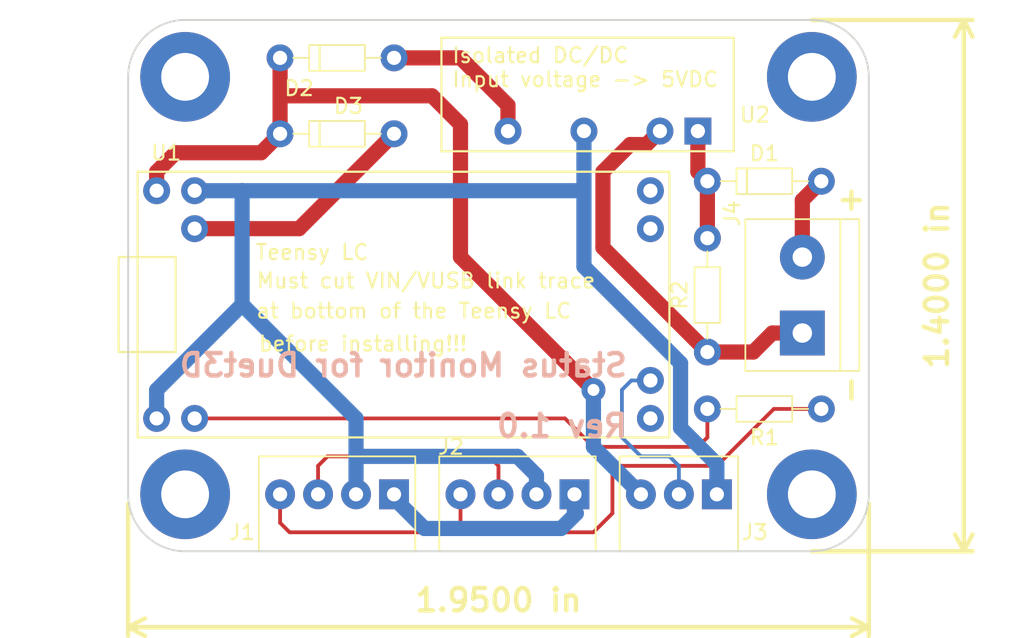
<source format=kicad_pcb>
(kicad_pcb (version 20171130) (host pcbnew "(5.0.1-3-g963ef8bb5)")

  (general
    (thickness 1.6)
    (drawings 15)
    (tracks 82)
    (zones 0)
    (modules 15)
    (nets 13)
  )

  (page A4)
  (layers
    (0 F.Cu signal)
    (31 B.Cu signal)
    (32 B.Adhes user)
    (33 F.Adhes user)
    (34 B.Paste user)
    (35 F.Paste user)
    (36 B.SilkS user)
    (37 F.SilkS user)
    (38 B.Mask user)
    (39 F.Mask user)
    (40 Dwgs.User user)
    (41 Cmts.User user)
    (42 Eco1.User user)
    (43 Eco2.User user)
    (44 Edge.Cuts user)
    (45 Margin user)
    (46 B.CrtYd user)
    (47 F.CrtYd user)
    (48 B.Fab user)
    (49 F.Fab user)
  )

  (setup
    (last_trace_width 0.25)
    (user_trace_width 0.254)
    (user_trace_width 0.508)
    (user_trace_width 1.016)
    (trace_clearance 0.2)
    (zone_clearance 0.508)
    (zone_45_only no)
    (trace_min 0.2)
    (segment_width 0.2)
    (edge_width 0.2)
    (via_size 0.8)
    (via_drill 0.4)
    (via_min_size 0.4)
    (via_min_drill 0.3)
    (uvia_size 0.3)
    (uvia_drill 0.1)
    (uvias_allowed no)
    (uvia_min_size 0.2)
    (uvia_min_drill 0.1)
    (pcb_text_width 0.3)
    (pcb_text_size 1.5 1.5)
    (mod_edge_width 0.15)
    (mod_text_size 1 1)
    (mod_text_width 0.15)
    (pad_size 2 2)
    (pad_drill 0.95)
    (pad_to_mask_clearance 0)
    (solder_mask_min_width 0.25)
    (aux_axis_origin 0 0)
    (visible_elements FEFDFF7F)
    (pcbplotparams
      (layerselection 0x010ec_ffffffff)
      (usegerberextensions false)
      (usegerberattributes false)
      (usegerberadvancedattributes false)
      (creategerberjobfile false)
      (excludeedgelayer true)
      (linewidth 0.100000)
      (plotframeref false)
      (viasonmask false)
      (mode 1)
      (useauxorigin false)
      (hpglpennumber 1)
      (hpglpenspeed 20)
      (hpglpendiameter 15.000000)
      (psnegative false)
      (psa4output false)
      (plotreference true)
      (plotvalue true)
      (plotinvisibletext false)
      (padsonsilk false)
      (subtractmaskfromsilk false)
      (outputformat 4)
      (mirror false)
      (drillshape 0)
      (scaleselection 1)
      (outputdirectory ""))
  )

  (net 0 "")
  (net 1 "Net-(J1-Pad3)")
  (net 2 GND)
  (net 3 "Net-(J1-Pad1)")
  (net 4 /SERIAL_IN)
  (net 5 /DATA)
  (net 6 "Net-(R1-Pad2)")
  (net 7 "Net-(J4-Pad1)")
  (net 8 "Net-(D1-PadA)")
  (net 9 "Net-(D1-PadK)")
  (net 10 "Net-(D2-PadA)")
  (net 11 "Net-(D3-PadA)")
  (net 12 "Net-(D2-PadK)")

  (net_class Default "This is the default net class."
    (clearance 0.2)
    (trace_width 0.25)
    (via_dia 0.8)
    (via_drill 0.4)
    (uvia_dia 0.3)
    (uvia_drill 0.1)
    (add_net /DATA)
    (add_net /SERIAL_IN)
    (add_net GND)
    (add_net "Net-(D1-PadA)")
    (add_net "Net-(D1-PadK)")
    (add_net "Net-(D2-PadA)")
    (add_net "Net-(D2-PadK)")
    (add_net "Net-(D3-PadA)")
    (add_net "Net-(J1-Pad1)")
    (add_net "Net-(J1-Pad3)")
    (add_net "Net-(J4-Pad1)")
    (add_net "Net-(R1-Pad2)")
  )

  (module board:DC-DC (layer F.Cu) (tedit 5CFC2447) (tstamp 5CFBFC4D)
    (at 147.32 76.2 180)
    (descr "Resistor, Axial_DIN0204 series, Axial, Horizontal, pin pitch=7.62mm, 0.16666666666666666W = 1/6W, length*diameter=3.6*1.6mm^2, http://cdn-reichelt.de/documents/datenblatt/B400/1_4W%23YAG.pdf")
    (tags "Resistor Axial_DIN0204 series Axial Horizontal pin pitch 7.62mm 0.16666666666666666W = 1/6W length 3.6mm diameter 1.6mm")
    (path /5CFBC497)
    (fp_text reference U2 (at -3.81 -3.81 180) (layer F.SilkS)
      (effects (font (size 1 1) (thickness 0.15)))
    )
    (fp_text value "TBA 2-2411" (at 6.2 3.025 180) (layer F.Fab)
      (effects (font (size 1 1) (thickness 0.15)))
    )
    (fp_line (start 17.15 -6.25) (end 17.15 1.35) (layer F.SilkS) (width 0.15))
    (fp_line (start -2.4 -6.25) (end -2.4 1.35) (layer F.SilkS) (width 0.15))
    (fp_line (start -2.4 1.35) (end 17.15 1.35) (layer F.SilkS) (width 0.15))
    (fp_line (start 17.15 -6.25) (end -2.4 -6.25) (layer F.SilkS) (width 0.15))
    (pad 4 thru_hole circle (at 12.7 -4.9 180) (size 1.8 1.8) (drill 0.95) (layers *.Cu *.Mask)
      (net 10 "Net-(D2-PadA)"))
    (pad 3 thru_hole circle (at 7.62 -4.9 180) (size 1.8 1.8) (drill 0.95) (layers *.Cu *.Mask)
      (net 2 GND))
    (pad 1 thru_hole rect (at 0 -4.9 180) (size 1.8 1.8) (drill 0.95) (layers *.Cu *.Mask)
      (net 9 "Net-(D1-PadK)"))
    (pad 2 thru_hole circle (at 2.54 -4.9 180) (size 1.8 1.8) (drill 0.95) (layers *.Cu *.Mask)
      (net 7 "Net-(J4-Pad1)"))
    (model ${KISYS3DMOD}/Resistors_THT.3dshapes/R_Axial_DIN0204_L3.6mm_D1.6mm_P7.62mm_Horizontal.wrl
      (at (xyz 0 0 0))
      (scale (xyz 0.393701 0.393701 0.393701))
      (rotate (xyz 0 0 0))
    )
  )

  (module board:Diode (layer F.Cu) (tedit 5CFC24A7) (tstamp 5CFC00C8)
    (at 147.955 84.455)
    (descr "Resistor, Axial_DIN0204 series, Axial, Horizontal, pin pitch=7.62mm, 0.16666666666666666W = 1/6W, length*diameter=3.6*1.6mm^2, http://cdn-reichelt.de/documents/datenblatt/B400/1_4W%23YAG.pdf")
    (tags "Resistor Axial_DIN0204 series Axial Horizontal pin pitch 7.62mm 0.16666666666666666W = 1/6W length 3.6mm diameter 1.6mm")
    (path /5CFC7588)
    (fp_text reference D1 (at 3.81 -1.86) (layer F.SilkS)
      (effects (font (size 1 1) (thickness 0.15)))
    )
    (fp_text value 1N5817 (at 3.81 1.86) (layer F.Fab)
      (effects (font (size 1 1) (thickness 0.15)))
    )
    (fp_line (start 2.6416 -0.8382) (end 2.6416 0.8128) (layer F.SilkS) (width 0.15))
    (fp_line (start 2.01 -0.8) (end 2.01 0.8) (layer F.Fab) (width 0.1))
    (fp_line (start 2.01 0.8) (end 5.61 0.8) (layer F.Fab) (width 0.1))
    (fp_line (start 5.61 0.8) (end 5.61 -0.8) (layer F.Fab) (width 0.1))
    (fp_line (start 5.61 -0.8) (end 2.01 -0.8) (layer F.Fab) (width 0.1))
    (fp_line (start 0 0) (end 2.01 0) (layer F.Fab) (width 0.1))
    (fp_line (start 7.62 0) (end 5.61 0) (layer F.Fab) (width 0.1))
    (fp_line (start 1.95 -0.86) (end 1.95 0.86) (layer F.SilkS) (width 0.12))
    (fp_line (start 1.95 0.86) (end 5.67 0.86) (layer F.SilkS) (width 0.12))
    (fp_line (start 5.67 0.86) (end 5.67 -0.86) (layer F.SilkS) (width 0.12))
    (fp_line (start 5.67 -0.86) (end 1.95 -0.86) (layer F.SilkS) (width 0.12))
    (fp_line (start 0.88 0) (end 1.95 0) (layer F.SilkS) (width 0.12))
    (fp_line (start 6.74 0) (end 5.67 0) (layer F.SilkS) (width 0.12))
    (fp_line (start -0.95 -1.15) (end -0.95 1.15) (layer F.CrtYd) (width 0.05))
    (fp_line (start -0.95 1.15) (end 8.6 1.15) (layer F.CrtYd) (width 0.05))
    (fp_line (start 8.6 1.15) (end 8.6 -1.15) (layer F.CrtYd) (width 0.05))
    (fp_line (start 8.6 -1.15) (end -0.95 -1.15) (layer F.CrtYd) (width 0.05))
    (pad K thru_hole circle (at 0 0) (size 1.8 1.8) (drill 0.95) (layers *.Cu *.Mask)
      (net 9 "Net-(D1-PadK)"))
    (pad A thru_hole circle (at 7.62 0) (size 1.8 1.8) (drill 0.95) (layers *.Cu *.Mask)
      (net 8 "Net-(D1-PadA)"))
    (model ${KISYS3DMOD}/Resistors_THT.3dshapes/R_Axial_DIN0204_L3.6mm_D1.6mm_P7.62mm_Horizontal.wrl
      (at (xyz 0 0 0))
      (scale (xyz 0.393701 0.393701 0.393701))
      (rotate (xyz 0 0 0))
    )
  )

  (module board:Diode (layer F.Cu) (tedit 5CFC24A7) (tstamp 5CFC1E28)
    (at 119.38 76.2)
    (descr "Resistor, Axial_DIN0204 series, Axial, Horizontal, pin pitch=7.62mm, 0.16666666666666666W = 1/6W, length*diameter=3.6*1.6mm^2, http://cdn-reichelt.de/documents/datenblatt/B400/1_4W%23YAG.pdf")
    (tags "Resistor Axial_DIN0204 series Axial Horizontal pin pitch 7.62mm 0.16666666666666666W = 1/6W length 3.6mm diameter 1.6mm")
    (path /5CFC9B1F)
    (fp_text reference D2 (at 1.27 2.032) (layer F.SilkS)
      (effects (font (size 1 1) (thickness 0.15)))
    )
    (fp_text value 1N5817 (at 3.81 1.86) (layer F.Fab)
      (effects (font (size 1 1) (thickness 0.15)))
    )
    (fp_line (start 2.6416 -0.8382) (end 2.6416 0.8128) (layer F.SilkS) (width 0.15))
    (fp_line (start 2.01 -0.8) (end 2.01 0.8) (layer F.Fab) (width 0.1))
    (fp_line (start 2.01 0.8) (end 5.61 0.8) (layer F.Fab) (width 0.1))
    (fp_line (start 5.61 0.8) (end 5.61 -0.8) (layer F.Fab) (width 0.1))
    (fp_line (start 5.61 -0.8) (end 2.01 -0.8) (layer F.Fab) (width 0.1))
    (fp_line (start 0 0) (end 2.01 0) (layer F.Fab) (width 0.1))
    (fp_line (start 7.62 0) (end 5.61 0) (layer F.Fab) (width 0.1))
    (fp_line (start 1.95 -0.86) (end 1.95 0.86) (layer F.SilkS) (width 0.12))
    (fp_line (start 1.95 0.86) (end 5.67 0.86) (layer F.SilkS) (width 0.12))
    (fp_line (start 5.67 0.86) (end 5.67 -0.86) (layer F.SilkS) (width 0.12))
    (fp_line (start 5.67 -0.86) (end 1.95 -0.86) (layer F.SilkS) (width 0.12))
    (fp_line (start 0.88 0) (end 1.95 0) (layer F.SilkS) (width 0.12))
    (fp_line (start 6.74 0) (end 5.67 0) (layer F.SilkS) (width 0.12))
    (fp_line (start -0.95 -1.15) (end -0.95 1.15) (layer F.CrtYd) (width 0.05))
    (fp_line (start -0.95 1.15) (end 8.6 1.15) (layer F.CrtYd) (width 0.05))
    (fp_line (start 8.6 1.15) (end 8.6 -1.15) (layer F.CrtYd) (width 0.05))
    (fp_line (start 8.6 -1.15) (end -0.95 -1.15) (layer F.CrtYd) (width 0.05))
    (pad K thru_hole circle (at 0 0) (size 1.8 1.8) (drill 0.95) (layers *.Cu *.Mask)
      (net 12 "Net-(D2-PadK)"))
    (pad A thru_hole circle (at 7.62 0) (size 1.8 1.8) (drill 0.95) (layers *.Cu *.Mask)
      (net 10 "Net-(D2-PadA)"))
    (model ${KISYS3DMOD}/Resistors_THT.3dshapes/R_Axial_DIN0204_L3.6mm_D1.6mm_P7.62mm_Horizontal.wrl
      (at (xyz 0 0 0))
      (scale (xyz 0.393701 0.393701 0.393701))
      (rotate (xyz 0 0 0))
    )
  )

  (module board:Diode (layer F.Cu) (tedit 5CFC24A7) (tstamp 5CFC00F6)
    (at 119.38 81.28)
    (descr "Resistor, Axial_DIN0204 series, Axial, Horizontal, pin pitch=7.62mm, 0.16666666666666666W = 1/6W, length*diameter=3.6*1.6mm^2, http://cdn-reichelt.de/documents/datenblatt/B400/1_4W%23YAG.pdf")
    (tags "Resistor Axial_DIN0204 series Axial Horizontal pin pitch 7.62mm 0.16666666666666666W = 1/6W length 3.6mm diameter 1.6mm")
    (path /5CFC9CFA)
    (fp_text reference D3 (at 4.572 -1.86) (layer F.SilkS)
      (effects (font (size 1 1) (thickness 0.15)))
    )
    (fp_text value 1N5817 (at 3.81 1.86) (layer F.Fab)
      (effects (font (size 1 1) (thickness 0.15)))
    )
    (fp_line (start 2.6416 -0.8382) (end 2.6416 0.8128) (layer F.SilkS) (width 0.15))
    (fp_line (start 2.01 -0.8) (end 2.01 0.8) (layer F.Fab) (width 0.1))
    (fp_line (start 2.01 0.8) (end 5.61 0.8) (layer F.Fab) (width 0.1))
    (fp_line (start 5.61 0.8) (end 5.61 -0.8) (layer F.Fab) (width 0.1))
    (fp_line (start 5.61 -0.8) (end 2.01 -0.8) (layer F.Fab) (width 0.1))
    (fp_line (start 0 0) (end 2.01 0) (layer F.Fab) (width 0.1))
    (fp_line (start 7.62 0) (end 5.61 0) (layer F.Fab) (width 0.1))
    (fp_line (start 1.95 -0.86) (end 1.95 0.86) (layer F.SilkS) (width 0.12))
    (fp_line (start 1.95 0.86) (end 5.67 0.86) (layer F.SilkS) (width 0.12))
    (fp_line (start 5.67 0.86) (end 5.67 -0.86) (layer F.SilkS) (width 0.12))
    (fp_line (start 5.67 -0.86) (end 1.95 -0.86) (layer F.SilkS) (width 0.12))
    (fp_line (start 0.88 0) (end 1.95 0) (layer F.SilkS) (width 0.12))
    (fp_line (start 6.74 0) (end 5.67 0) (layer F.SilkS) (width 0.12))
    (fp_line (start -0.95 -1.15) (end -0.95 1.15) (layer F.CrtYd) (width 0.05))
    (fp_line (start -0.95 1.15) (end 8.6 1.15) (layer F.CrtYd) (width 0.05))
    (fp_line (start 8.6 1.15) (end 8.6 -1.15) (layer F.CrtYd) (width 0.05))
    (fp_line (start 8.6 -1.15) (end -0.95 -1.15) (layer F.CrtYd) (width 0.05))
    (pad K thru_hole circle (at 0 0) (size 1.8 1.8) (drill 0.95) (layers *.Cu *.Mask)
      (net 12 "Net-(D2-PadK)"))
    (pad A thru_hole circle (at 7.62 0) (size 1.8 1.8) (drill 0.95) (layers *.Cu *.Mask)
      (net 11 "Net-(D3-PadA)"))
    (model ${KISYS3DMOD}/Resistors_THT.3dshapes/R_Axial_DIN0204_L3.6mm_D1.6mm_P7.62mm_Horizontal.wrl
      (at (xyz 0 0 0))
      (scale (xyz 0.393701 0.393701 0.393701))
      (rotate (xyz 0 0 0))
    )
  )

  (module board:Connector_4 (layer F.Cu) (tedit 5CFC33A0) (tstamp 5CFC496A)
    (at 127 105.41 270)
    (descr "Low profile, screw machine socket strip, through hole, 100mil / 2.54mm pitch")
    (tags "samtec socket strip tht single")
    (path /5CFB2CAB)
    (fp_text reference J1 (at 2.54 10.16) (layer F.SilkS)
      (effects (font (size 1 1) (thickness 0.15)))
    )
    (fp_text value Connector_01x04_Male (at 2.27 2.54) (layer F.Fab) hide
      (effects (font (size 1 1) (thickness 0.15)))
    )
    (fp_line (start -2.54 -1.42) (end 3.81 -1.42) (layer F.SilkS) (width 0.12))
    (fp_line (start 3.81 -1.42) (end 3.81 9.04) (layer F.SilkS) (width 0.12))
    (fp_line (start 3.81 9.04) (end -2.54 9.04) (layer F.SilkS) (width 0.12))
    (fp_line (start -2.54 9.04) (end -2.54 -1.42) (layer F.SilkS) (width 0.12))
    (fp_line (start -1.27 -1.27) (end -1.27 8.89) (layer F.Fab) (width 0.1))
    (fp_line (start -1.27 8.89) (end 1.27 8.89) (layer F.Fab) (width 0.1))
    (fp_line (start 1.27 8.89) (end 1.27 -1.27) (layer F.Fab) (width 0.1))
    (fp_line (start 1.27 -1.27) (end -1.27 -1.27) (layer F.Fab) (width 0.1))
    (fp_line (start -1.27 1.27) (end -1.07 1.27) (layer F.Fab) (width 0.1))
    (fp_line (start 1.27 1.27) (end 1.07 1.27) (layer F.Fab) (width 0.1))
    (fp_line (start -1.27 3.81) (end -1.07 3.81) (layer F.Fab) (width 0.1))
    (fp_line (start 1.27 3.81) (end 1.07 3.81) (layer F.Fab) (width 0.1))
    (fp_line (start -1.27 6.35) (end -1.07 6.35) (layer F.Fab) (width 0.1))
    (fp_line (start 1.27 6.35) (end 1.07 6.35) (layer F.Fab) (width 0.1))
    (fp_text user %R (at 0 2.54) (layer F.Fab)
      (effects (font (size 1 1) (thickness 0.15)))
    )
    (pad 4 thru_hole circle (at 0 7.62 270) (size 2 2) (drill 0.95) (layers *.Cu *.Mask)
      (net 4 /SERIAL_IN))
    (pad 1 thru_hole rect (at 0 0 270) (size 2 2) (drill 0.95) (layers *.Cu *.Mask)
      (net 3 "Net-(J1-Pad1)"))
    (pad 2 thru_hole circle (at 0 2.54 270) (size 2 2) (drill 0.95) (layers *.Cu *.Mask)
      (net 2 GND))
    (pad 3 thru_hole circle (at 0 5.08 270) (size 2 2) (drill 0.95) (layers *.Cu *.Mask)
      (net 1 "Net-(J1-Pad3)"))
    (model ${KISYS3DMOD}/Connectors_Samtec.3dshapes/SL-104-X-XX_1x04.wrl
      (at (xyz 0 0 0))
      (scale (xyz 1 1 1))
      (rotate (xyz 0 0 0))
    )
  )

  (module board:Connector_4 (layer F.Cu) (tedit 5CFC33D8) (tstamp 5CFBFFE7)
    (at 139.065 105.41 270)
    (descr "Low profile, screw machine socket strip, through hole, 100mil / 2.54mm pitch")
    (tags "samtec socket strip tht single")
    (path /5CFB3F04)
    (fp_text reference J2 (at -3.175 8.255) (layer F.SilkS)
      (effects (font (size 1 1) (thickness 0.15)))
    )
    (fp_text value Connector_01x04_Male (at 2.27 2.54) (layer F.Fab) hide
      (effects (font (size 1 1) (thickness 0.15)))
    )
    (fp_line (start -2.54 -1.42) (end 3.81 -1.42) (layer F.SilkS) (width 0.12))
    (fp_line (start 3.81 -1.42) (end 3.81 9.04) (layer F.SilkS) (width 0.12))
    (fp_line (start 3.81 9.04) (end -2.54 9.04) (layer F.SilkS) (width 0.12))
    (fp_line (start -2.54 9.04) (end -2.54 -1.42) (layer F.SilkS) (width 0.12))
    (fp_line (start -1.27 -1.27) (end -1.27 8.89) (layer F.Fab) (width 0.1))
    (fp_line (start -1.27 8.89) (end 1.27 8.89) (layer F.Fab) (width 0.1))
    (fp_line (start 1.27 8.89) (end 1.27 -1.27) (layer F.Fab) (width 0.1))
    (fp_line (start 1.27 -1.27) (end -1.27 -1.27) (layer F.Fab) (width 0.1))
    (fp_line (start -1.27 1.27) (end -1.07 1.27) (layer F.Fab) (width 0.1))
    (fp_line (start 1.27 1.27) (end 1.07 1.27) (layer F.Fab) (width 0.1))
    (fp_line (start -1.27 3.81) (end -1.07 3.81) (layer F.Fab) (width 0.1))
    (fp_line (start 1.27 3.81) (end 1.07 3.81) (layer F.Fab) (width 0.1))
    (fp_line (start -1.27 6.35) (end -1.07 6.35) (layer F.Fab) (width 0.1))
    (fp_line (start 1.27 6.35) (end 1.07 6.35) (layer F.Fab) (width 0.1))
    (fp_text user %R (at 0 2.54) (layer F.Fab)
      (effects (font (size 1 1) (thickness 0.15)))
    )
    (pad 4 thru_hole circle (at 0 7.62 270) (size 2 2) (drill 0.95) (layers *.Cu *.Mask)
      (net 4 /SERIAL_IN))
    (pad 1 thru_hole rect (at 0 0 270) (size 2 2) (drill 0.95) (layers *.Cu *.Mask)
      (net 3 "Net-(J1-Pad1)"))
    (pad 2 thru_hole circle (at 0 2.54 270) (size 2 2) (drill 0.95) (layers *.Cu *.Mask)
      (net 2 GND))
    (pad 3 thru_hole circle (at 0 5.08 270) (size 2 2) (drill 0.95) (layers *.Cu *.Mask)
      (net 1 "Net-(J1-Pad3)"))
    (model ${KISYS3DMOD}/Connectors_Samtec.3dshapes/SL-104-X-XX_1x04.wrl
      (at (xyz 0 0 0))
      (scale (xyz 1 1 1))
      (rotate (xyz 0 0 0))
    )
  )

  (module board:Connector_3 (layer F.Cu) (tedit 5CFC33EF) (tstamp 5CFC01C4)
    (at 148.59 105.41 270)
    (descr "Low profile, screw machine socket strip, through hole, 100mil / 2.54mm pitch")
    (tags "samtec socket strip tht single")
    (path /5CFB9A26)
    (fp_text reference J3 (at 2.54 -2.54) (layer F.SilkS)
      (effects (font (size 1 1) (thickness 0.15)))
    )
    (fp_text value Connector_01x03_Male (at 2.27 2.54) (layer F.Fab) hide
      (effects (font (size 1 1) (thickness 0.15)))
    )
    (fp_line (start -2.54 -1.42) (end 3.81 -1.42) (layer F.SilkS) (width 0.12))
    (fp_line (start 3.81 -1.42) (end 3.81 6.5) (layer F.SilkS) (width 0.12))
    (fp_line (start 3.81 6.5) (end -2.54 6.5) (layer F.SilkS) (width 0.12))
    (fp_line (start -2.54 6.5) (end -2.54 -1.42) (layer F.SilkS) (width 0.12))
    (fp_line (start -1.27 -1.27) (end -1.27 6.35) (layer F.Fab) (width 0.1))
    (fp_line (start -1.27 6.35) (end 1.27 6.35) (layer F.Fab) (width 0.1))
    (fp_line (start 1.27 6.35) (end 1.27 -1.27) (layer F.Fab) (width 0.1))
    (fp_line (start 1.27 -1.27) (end -1.27 -1.27) (layer F.Fab) (width 0.1))
    (fp_line (start -1.27 1.27) (end -1.07 1.27) (layer F.Fab) (width 0.1))
    (fp_line (start 1.27 1.27) (end 1.07 1.27) (layer F.Fab) (width 0.1))
    (fp_line (start -1.27 3.81) (end -1.07 3.81) (layer F.Fab) (width 0.1))
    (fp_line (start 1.27 3.81) (end 1.07 3.81) (layer F.Fab) (width 0.1))
    (fp_line (start -1.27 6.35) (end -1.07 6.35) (layer F.Fab) (width 0.1))
    (fp_line (start 1.27 6.35) (end 1.07 6.35) (layer F.Fab) (width 0.1))
    (fp_text user %R (at 0 2.54) (layer F.Fab)
      (effects (font (size 1 1) (thickness 0.15)))
    )
    (pad 1 thru_hole rect (at 0 0 270) (size 2 2) (drill 0.95) (layers *.Cu *.Mask)
      (net 2 GND))
    (pad 2 thru_hole circle (at 0 2.54 270) (size 2 2) (drill 0.95) (layers *.Cu *.Mask)
      (net 5 /DATA))
    (pad 3 thru_hole circle (at 0 5.08 270) (size 2 2) (drill 0.95) (layers *.Cu *.Mask)
      (net 12 "Net-(D2-PadK)"))
    (model ${KISYS3DMOD}/Connectors_Samtec.3dshapes/SL-103-X-XX_1x03.wrl
      (at (xyz 0 0 0))
      (scale (xyz 1 1 1))
      (rotate (xyz 0 0 0))
    )
  )

  (module board:Terminal-block (layer F.Cu) (tedit 5CFC2350) (tstamp 5CFC3571)
    (at 154.305 94.615 90)
    (descr "simple 2-pin terminal block, pitch 5.08mm, revamped version of bornier2")
    (tags "terminal block bornier2")
    (path /5CFA831F)
    (fp_text reference J4 (at 8.001 -4.699 90) (layer F.SilkS)
      (effects (font (size 1 1) (thickness 0.15)))
    )
    (fp_text value Screw_Terminal_x02 (at 2.54 5.08 90) (layer F.Fab)
      (effects (font (size 1 1) (thickness 0.15)))
    )
    (fp_text user %R (at 2.54 0 90) (layer F.Fab)
      (effects (font (size 1 1) (thickness 0.15)))
    )
    (fp_line (start -2.41 2.55) (end 7.49 2.55) (layer F.Fab) (width 0.1))
    (fp_line (start -2.46 -3.75) (end -2.46 3.75) (layer F.Fab) (width 0.1))
    (fp_line (start -2.46 3.75) (end 7.54 3.75) (layer F.Fab) (width 0.1))
    (fp_line (start 7.54 3.75) (end 7.54 -3.75) (layer F.Fab) (width 0.1))
    (fp_line (start 7.54 -3.75) (end -2.46 -3.75) (layer F.Fab) (width 0.1))
    (fp_line (start 7.62 2.54) (end -2.54 2.54) (layer F.SilkS) (width 0.12))
    (fp_line (start 7.62 3.81) (end 7.62 -3.81) (layer F.SilkS) (width 0.12))
    (fp_line (start 7.62 -3.81) (end -2.54 -3.81) (layer F.SilkS) (width 0.12))
    (fp_line (start -2.54 -3.81) (end -2.54 3.81) (layer F.SilkS) (width 0.12))
    (fp_line (start -2.54 3.81) (end 7.62 3.81) (layer F.SilkS) (width 0.12))
    (fp_line (start -2.71 -4) (end 7.79 -4) (layer F.CrtYd) (width 0.05))
    (fp_line (start -2.71 -4) (end -2.71 4) (layer F.CrtYd) (width 0.05))
    (fp_line (start 7.79 4) (end 7.79 -4) (layer F.CrtYd) (width 0.05))
    (fp_line (start 7.79 4) (end -2.71 4) (layer F.CrtYd) (width 0.05))
    (pad 1 thru_hole rect (at 0 0 90) (size 3 3) (drill 1.3) (layers *.Cu *.Mask)
      (net 7 "Net-(J4-Pad1)"))
    (pad 2 thru_hole circle (at 5.08 0 90) (size 3 3) (drill 1.3) (layers *.Cu *.Mask)
      (net 8 "Net-(D1-PadA)"))
    (model ${KISYS3DMOD}/Terminal_Blocks.3dshapes/TerminalBlock_bornier-2_P5.08mm.wrl
      (offset (xyz 2.539999961853027 0 0))
      (scale (xyz 1 1 1))
      (rotate (xyz 0 0 0))
    )
  )

  (module board:Resistor (layer F.Cu) (tedit 5CFC2501) (tstamp 5CFC0258)
    (at 155.575 99.695 180)
    (descr "Resistor, Axial_DIN0204 series, Axial, Horizontal, pin pitch=7.62mm, 0.16666666666666666W = 1/6W, length*diameter=3.6*1.6mm^2, http://cdn-reichelt.de/documents/datenblatt/B400/1_4W%23YAG.pdf")
    (tags "Resistor Axial_DIN0204 series Axial Horizontal pin pitch 7.62mm 0.16666666666666666W = 1/6W length 3.6mm diameter 1.6mm")
    (path /5CFB1717)
    (fp_text reference R1 (at 3.81 -1.905 180) (layer F.SilkS)
      (effects (font (size 1 1) (thickness 0.15)))
    )
    (fp_text value 1k (at 3.81 1.86 180) (layer F.Fab)
      (effects (font (size 1 1) (thickness 0.15)))
    )
    (fp_line (start 2.01 -0.8) (end 2.01 0.8) (layer F.Fab) (width 0.1))
    (fp_line (start 2.01 0.8) (end 5.61 0.8) (layer F.Fab) (width 0.1))
    (fp_line (start 5.61 0.8) (end 5.61 -0.8) (layer F.Fab) (width 0.1))
    (fp_line (start 5.61 -0.8) (end 2.01 -0.8) (layer F.Fab) (width 0.1))
    (fp_line (start 0 0) (end 2.01 0) (layer F.Fab) (width 0.1))
    (fp_line (start 7.62 0) (end 5.61 0) (layer F.Fab) (width 0.1))
    (fp_line (start 1.95 -0.86) (end 1.95 0.86) (layer F.SilkS) (width 0.12))
    (fp_line (start 1.95 0.86) (end 5.67 0.86) (layer F.SilkS) (width 0.12))
    (fp_line (start 5.67 0.86) (end 5.67 -0.86) (layer F.SilkS) (width 0.12))
    (fp_line (start 5.67 -0.86) (end 1.95 -0.86) (layer F.SilkS) (width 0.12))
    (fp_line (start 0.88 0) (end 1.95 0) (layer F.SilkS) (width 0.12))
    (fp_line (start 6.74 0) (end 5.67 0) (layer F.SilkS) (width 0.12))
    (fp_line (start -0.95 -1.15) (end -0.95 1.15) (layer F.CrtYd) (width 0.05))
    (fp_line (start -0.95 1.15) (end 8.6 1.15) (layer F.CrtYd) (width 0.05))
    (fp_line (start 8.6 1.15) (end 8.6 -1.15) (layer F.CrtYd) (width 0.05))
    (fp_line (start 8.6 -1.15) (end -0.95 -1.15) (layer F.CrtYd) (width 0.05))
    (pad 1 thru_hole circle (at 0 0 180) (size 1.8 1.8) (drill 0.95) (layers *.Cu *.Mask)
      (net 4 /SERIAL_IN))
    (pad 2 thru_hole circle (at 7.62 0 180) (size 1.8 1.8) (drill 0.95) (layers *.Cu *.Mask)
      (net 6 "Net-(R1-Pad2)"))
    (model ${KISYS3DMOD}/Resistors_THT.3dshapes/R_Axial_DIN0204_L3.6mm_D1.6mm_P7.62mm_Horizontal.wrl
      (at (xyz 0 0 0))
      (scale (xyz 0.393701 0.393701 0.393701))
      (rotate (xyz 0 0 0))
    )
  )

  (module board:Resistor (layer F.Cu) (tedit 5CFC2501) (tstamp 5CFC0068)
    (at 147.955 95.885 90)
    (descr "Resistor, Axial_DIN0204 series, Axial, Horizontal, pin pitch=7.62mm, 0.16666666666666666W = 1/6W, length*diameter=3.6*1.6mm^2, http://cdn-reichelt.de/documents/datenblatt/B400/1_4W%23YAG.pdf")
    (tags "Resistor Axial_DIN0204 series Axial Horizontal pin pitch 7.62mm 0.16666666666666666W = 1/6W length 3.6mm diameter 1.6mm")
    (path /5CFB0103)
    (fp_text reference R2 (at 3.81 -1.86 90) (layer F.SilkS)
      (effects (font (size 1 1) (thickness 0.15)))
    )
    (fp_text value 10k (at 3.81 1.86 90) (layer F.Fab)
      (effects (font (size 1 1) (thickness 0.15)))
    )
    (fp_line (start 2.01 -0.8) (end 2.01 0.8) (layer F.Fab) (width 0.1))
    (fp_line (start 2.01 0.8) (end 5.61 0.8) (layer F.Fab) (width 0.1))
    (fp_line (start 5.61 0.8) (end 5.61 -0.8) (layer F.Fab) (width 0.1))
    (fp_line (start 5.61 -0.8) (end 2.01 -0.8) (layer F.Fab) (width 0.1))
    (fp_line (start 0 0) (end 2.01 0) (layer F.Fab) (width 0.1))
    (fp_line (start 7.62 0) (end 5.61 0) (layer F.Fab) (width 0.1))
    (fp_line (start 1.95 -0.86) (end 1.95 0.86) (layer F.SilkS) (width 0.12))
    (fp_line (start 1.95 0.86) (end 5.67 0.86) (layer F.SilkS) (width 0.12))
    (fp_line (start 5.67 0.86) (end 5.67 -0.86) (layer F.SilkS) (width 0.12))
    (fp_line (start 5.67 -0.86) (end 1.95 -0.86) (layer F.SilkS) (width 0.12))
    (fp_line (start 0.88 0) (end 1.95 0) (layer F.SilkS) (width 0.12))
    (fp_line (start 6.74 0) (end 5.67 0) (layer F.SilkS) (width 0.12))
    (fp_line (start -0.95 -1.15) (end -0.95 1.15) (layer F.CrtYd) (width 0.05))
    (fp_line (start -0.95 1.15) (end 8.6 1.15) (layer F.CrtYd) (width 0.05))
    (fp_line (start 8.6 1.15) (end 8.6 -1.15) (layer F.CrtYd) (width 0.05))
    (fp_line (start 8.6 -1.15) (end -0.95 -1.15) (layer F.CrtYd) (width 0.05))
    (pad 1 thru_hole circle (at 0 0 90) (size 1.8 1.8) (drill 0.95) (layers *.Cu *.Mask)
      (net 7 "Net-(J4-Pad1)"))
    (pad 2 thru_hole circle (at 7.62 0 90) (size 1.8 1.8) (drill 0.95) (layers *.Cu *.Mask)
      (net 9 "Net-(D1-PadK)"))
    (model ${KISYS3DMOD}/Resistors_THT.3dshapes/R_Axial_DIN0204_L3.6mm_D1.6mm_P7.62mm_Horizontal.wrl
      (at (xyz 0 0 0))
      (scale (xyz 0.393701 0.393701 0.393701))
      (rotate (xyz 0 0 0))
    )
  )

  (module board:TEENSY-LC (layer F.Cu) (tedit 5CFC25A9) (tstamp 5CFC0194)
    (at 111.125 100.33)
    (path /5CF9C1F4)
    (fp_text reference U1 (at 0.635 -17.78) (layer F.SilkS)
      (effects (font (size 1 1) (thickness 0.15)))
    )
    (fp_text value Teensy-LC (at -6.35 7.62) (layer F.Fab)
      (effects (font (size 1 1) (thickness 0.15)))
    )
    (fp_line (start 1.27 -4.445) (end -1.27 -4.445) (layer F.SilkS) (width 0.15))
    (fp_line (start 1.27 -10.795) (end 1.27 -4.445) (layer F.SilkS) (width 0.15))
    (fp_line (start -1.27 -10.795) (end 1.27 -10.795) (layer F.SilkS) (width 0.15))
    (fp_text user "before installing!!!" (at 13.8 -5) (layer F.SilkS)
      (effects (font (size 1 1) (thickness 0.15)))
    )
    (fp_text user "Teensy LC" (at 10.395 -11.125) (layer F.SilkS)
      (effects (font (size 1 1) (thickness 0.15)))
    )
    (fp_text user "at bottom of the Teensy LC" (at 17.2 -7.2) (layer F.SilkS)
      (effects (font (size 1 1) (thickness 0.15)))
    )
    (fp_text user "Must cut VIN/VUSB link trace" (at 18.015 -9.22) (layer F.SilkS)
      (effects (font (size 1 1) (thickness 0.15)))
    )
    (fp_line (start -2.54 -5.715) (end -2.54 -4.445) (layer F.SilkS) (width 0.15))
    (fp_line (start -2.54 -10.795) (end -1.27 -10.795) (layer F.SilkS) (width 0.15))
    (fp_line (start -2.54 -5.715) (end -2.54 -10.795) (layer F.SilkS) (width 0.15))
    (fp_line (start -1.27 -4.445) (end -2.54 -4.445) (layer F.SilkS) (width 0.15))
    (fp_line (start -1.27 1.27) (end -1.27 -16.51) (layer F.SilkS) (width 0.15))
    (fp_line (start 34.29 1.27) (end -1.27 1.27) (layer F.SilkS) (width 0.15))
    (fp_line (start 34.29 -16.51) (end 34.29 1.27) (layer F.SilkS) (width 0.15))
    (fp_line (start -1.27 -16.51) (end 34.29 -16.51) (layer F.SilkS) (width 0.15))
    (pad 19 thru_hole circle (at 33.02 -12.7) (size 1.8 1.8) (drill 0.95) (layers *.Cu *.Mask))
    (pad 15 thru_hole circle (at 33.02 -2.54) (size 1.8 1.8) (drill 0.95) (layers *.Cu *.Mask)
      (net 5 /DATA))
    (pad 34 thru_hole circle (at 2.54 -12.7) (size 1.8 1.8) (drill 0.95) (layers *.Cu *.Mask)
      (net 11 "Net-(D3-PadA)"))
    (pad 32 thru_hole circle (at 2.54 -15.24) (size 1.8 1.8) (drill 0.95) (layers *.Cu *.Mask)
      (net 2 GND))
    (pad 33 thru_hole circle (at 0 -15.24) (size 1.8 1.8) (drill 0.95) (layers *.Cu *.Mask)
      (net 12 "Net-(D2-PadK)"))
    (pad 20 thru_hole circle (at 33.02 -15.24) (size 1.8 1.8) (drill 0.95) (layers *.Cu *.Mask))
    (pad 14 thru_hole circle (at 33.02 0) (size 1.8 1.8) (drill 0.95) (layers *.Cu *.Mask))
    (pad 2 thru_hole circle (at 2.54 0) (size 1.8 1.8) (drill 0.95) (layers *.Cu *.Mask)
      (net 6 "Net-(R1-Pad2)"))
    (pad 1 thru_hole circle (at 0 0) (size 1.8 1.8) (drill 0.95) (layers *.Cu *.Mask)
      (net 2 GND))
  )

  (module board:Mounting-hole (layer F.Cu) (tedit 5CFC00C0) (tstamp 5CFC0792)
    (at 113.03 105.41)
    (path /5CFC32A2)
    (fp_text reference H1 (at 0 0.5) (layer F.SilkS)
      (effects (font (size 1 1) (thickness 0.15)))
    )
    (fp_text value MountingHole (at 0 -0.5) (layer F.Fab)
      (effects (font (size 1 1) (thickness 0.15)))
    )
    (pad 1 thru_hole circle (at 0 0) (size 6 6) (drill 3.2) (layers *.Cu *.Mask))
  )

  (module board:Mounting-hole (layer F.Cu) (tedit 5CFC00C0) (tstamp 5CFC0BE3)
    (at 113.03 77.47)
    (path /5CFC34FD)
    (fp_text reference H2 (at 0 0.5) (layer F.SilkS)
      (effects (font (size 1 1) (thickness 0.15)))
    )
    (fp_text value MountingHole (at 0 -0.5) (layer F.Fab)
      (effects (font (size 1 1) (thickness 0.15)))
    )
    (pad 1 thru_hole circle (at 0 0) (size 6 6) (drill 3.2) (layers *.Cu *.Mask))
  )

  (module board:Mounting-hole (layer F.Cu) (tedit 5CFC00C0) (tstamp 5CFC085D)
    (at 154.94 105.41)
    (path /5CFC385E)
    (fp_text reference H3 (at 0 0.5) (layer F.SilkS)
      (effects (font (size 1 1) (thickness 0.15)))
    )
    (fp_text value MountingHole (at 0 -0.5) (layer F.Fab)
      (effects (font (size 1 1) (thickness 0.15)))
    )
    (pad 1 thru_hole circle (at 0 0) (size 6 6) (drill 3.2) (layers *.Cu *.Mask))
  )

  (module board:Mounting-hole (layer F.Cu) (tedit 5CFC00C0) (tstamp 5CFC0C8B)
    (at 154.94 77.47)
    (path /5CFC0EB1)
    (fp_text reference H4 (at 0 0.5) (layer F.SilkS)
      (effects (font (size 1 1) (thickness 0.15)))
    )
    (fp_text value MountingHole (at 0 -0.5) (layer F.Fab)
      (effects (font (size 1 1) (thickness 0.15)))
    )
    (pad 1 thru_hole circle (at 0 0) (size 6 6) (drill 3.2) (layers *.Cu *.Mask))
  )

  (gr_text "Rev 1.0" (at 142.748 100.838) (layer B.SilkS) (tstamp 5CFC4DAD)
    (effects (font (size 1.5 1.5) (thickness 0.3)) (justify left mirror))
  )
  (gr_text "Status Monitor for Duet3D " (at 142.748 96.774) (layer B.SilkS) (tstamp 5CFC4DCC)
    (effects (font (size 1.5 1.5) (thickness 0.3)) (justify left mirror))
  )
  (gr_text + (at 157.48 85.725 90) (layer F.SilkS) (tstamp 5CFC4BB9)
    (effects (font (size 1.5 1.5) (thickness 0.3)))
  )
  (gr_text - (at 157.48 98.425 90) (layer F.SilkS)
    (effects (font (size 1.5 1.5) (thickness 0.3)))
  )
  (gr_text "Isolated DC/DC\nInput voltage -> 5VDC" (at 130.81 76.835) (layer F.SilkS)
    (effects (font (size 1 1) (thickness 0.15)) (justify left))
  )
  (dimension 49.53 (width 0.3) (layer F.SilkS)
    (gr_text "1.9500 in" (at 133.985 116.399999) (layer F.SilkS)
      (effects (font (size 1.5 1.5) (thickness 0.3)))
    )
    (feature1 (pts (xy 158.75 106.045) (xy 158.75 114.88642)))
    (feature2 (pts (xy 109.22 106.045) (xy 109.22 114.88642)))
    (crossbar (pts (xy 109.22 114.299999) (xy 158.75 114.299999)))
    (arrow1a (pts (xy 158.75 114.299999) (xy 157.623496 114.88642)))
    (arrow1b (pts (xy 158.75 114.299999) (xy 157.623496 113.713578)))
    (arrow2a (pts (xy 109.22 114.299999) (xy 110.346504 114.88642)))
    (arrow2b (pts (xy 109.22 114.299999) (xy 110.346504 113.713578)))
  )
  (dimension 35.56 (width 0.3) (layer F.SilkS)
    (gr_text "1.4000 in" (at 167.2 91.44 270) (layer F.SilkS)
      (effects (font (size 1.5 1.5) (thickness 0.3)))
    )
    (feature1 (pts (xy 154.94 109.22) (xy 165.686421 109.22)))
    (feature2 (pts (xy 154.94 73.66) (xy 165.686421 73.66)))
    (crossbar (pts (xy 165.1 73.66) (xy 165.1 109.22)))
    (arrow1a (pts (xy 165.1 109.22) (xy 164.513579 108.093496)))
    (arrow1b (pts (xy 165.1 109.22) (xy 165.686421 108.093496)))
    (arrow2a (pts (xy 165.1 73.66) (xy 164.513579 74.786504)))
    (arrow2b (pts (xy 165.1 73.66) (xy 165.686421 74.786504)))
  )
  (gr_arc (start 154.94 77.47) (end 158.75 77.47) (angle -90) (layer Edge.Cuts) (width 0.127))
  (gr_arc (start 154.94 105.41) (end 154.94 109.22) (angle -90) (layer Edge.Cuts) (width 0.127))
  (gr_arc (start 113.03 105.41) (end 109.22 105.41) (angle -90) (layer Edge.Cuts) (width 0.127) (tstamp 5CFC350A))
  (gr_arc (start 113.03 77.47) (end 113.03 73.66) (angle -90) (layer Edge.Cuts) (width 0.127))
  (gr_line (start 109.22 77.47) (end 109.22 105.41) (layer Edge.Cuts) (width 0.127))
  (gr_line (start 154.94 73.66) (end 113.03 73.66) (layer Edge.Cuts) (width 0.127))
  (gr_line (start 158.75 105.41) (end 158.75 77.47) (layer Edge.Cuts) (width 0.127) (tstamp 5CFC121E))
  (gr_line (start 113.03 109.22) (end 154.94 109.22) (layer Edge.Cuts) (width 0.127))

  (segment (start 133.985 103.505) (end 133.985 105.41) (width 0.254) (layer F.Cu) (net 1))
  (segment (start 121.92 103.505) (end 122.555 102.87) (width 0.254) (layer F.Cu) (net 1))
  (segment (start 133.35 102.87) (end 133.985 103.505) (width 0.254) (layer F.Cu) (net 1))
  (segment (start 122.555 102.87) (end 133.35 102.87) (width 0.254) (layer F.Cu) (net 1))
  (segment (start 121.92 105.41) (end 121.92 103.505) (width 0.254) (layer F.Cu) (net 1))
  (segment (start 135.255 102.87) (end 136.525 104.14) (width 1.016) (layer B.Cu) (net 2))
  (segment (start 136.525 104.14) (end 136.525 105.41) (width 1.016) (layer B.Cu) (net 2))
  (segment (start 113.665 85.09) (end 116.84 85.09) (width 1.016) (layer B.Cu) (net 2))
  (segment (start 116.84 85.09) (end 139.7 85.09) (width 1.016) (layer B.Cu) (net 2))
  (segment (start 116.84 92.71) (end 116.84 85.09) (width 1.016) (layer B.Cu) (net 2))
  (segment (start 111.125 98.425) (end 116.84 92.71) (width 1.016) (layer B.Cu) (net 2))
  (segment (start 111.125 100.33) (end 111.125 98.425) (width 1.016) (layer B.Cu) (net 2))
  (segment (start 124.46 100.33) (end 116.84 92.71) (width 1.016) (layer B.Cu) (net 2))
  (segment (start 124.46 102.87) (end 124.46 100.33) (width 1.016) (layer B.Cu) (net 2))
  (segment (start 124.46 105.41) (end 124.46 102.87) (width 1.016) (layer B.Cu) (net 2))
  (segment (start 135.255 102.87) (end 124.46 102.87) (width 1.016) (layer B.Cu) (net 2))
  (segment (start 146.161 96.631) (end 139.7 90.17) (width 1.016) (layer B.Cu) (net 2))
  (segment (start 146.161 100.965) (end 146.161 96.631) (width 1.016) (layer B.Cu) (net 2))
  (segment (start 139.7 90.17) (end 139.7 81.1) (width 1.016) (layer B.Cu) (net 2))
  (segment (start 148.59 103.394) (end 146.161 100.965) (width 1.016) (layer B.Cu) (net 2))
  (segment (start 148.59 105.41) (end 148.59 103.394) (width 1.016) (layer B.Cu) (net 2))
  (segment (start 139.065 106.553) (end 139.065 105.41) (width 1.016) (layer B.Cu) (net 3))
  (segment (start 129.032 107.696) (end 138.176 107.696) (width 1.016) (layer B.Cu) (net 3))
  (segment (start 127 105.664) (end 129.032 107.696) (width 1.016) (layer B.Cu) (net 3))
  (segment (start 139.192 106.68) (end 139.065 106.553) (width 1.016) (layer B.Cu) (net 3))
  (segment (start 138.176 107.696) (end 139.192 106.68) (width 1.016) (layer B.Cu) (net 3))
  (segment (start 127 105.41) (end 127 105.664) (width 1.016) (layer B.Cu) (net 3))
  (segment (start 119.38 107.315) (end 119.38 105.41) (width 0.254) (layer F.Cu) (net 4))
  (segment (start 141.605 106.68) (end 140.335 107.95) (width 0.254) (layer F.Cu) (net 4))
  (segment (start 141.605 104.14) (end 141.605 106.68) (width 0.254) (layer F.Cu) (net 4))
  (segment (start 120.015 107.95) (end 119.38 107.315) (width 0.254) (layer F.Cu) (net 4))
  (segment (start 148.59 103.505) (end 142.24 103.505) (width 0.254) (layer F.Cu) (net 4))
  (segment (start 152.4 99.695) (end 148.59 103.505) (width 0.254) (layer F.Cu) (net 4))
  (segment (start 142.24 103.505) (end 141.605 104.14) (width 0.254) (layer F.Cu) (net 4))
  (segment (start 155.575 99.695) (end 152.4 99.695) (width 0.254) (layer F.Cu) (net 4))
  (segment (start 131.445 105.41) (end 131.445 107.95) (width 0.254) (layer F.Cu) (net 4))
  (segment (start 131.445 107.95) (end 120.015 107.95) (width 0.254) (layer F.Cu) (net 4))
  (segment (start 140.335 107.95) (end 131.445 107.95) (width 0.254) (layer F.Cu) (net 4))
  (segment (start 142.24 101.6) (end 143.51 102.87) (width 0.254) (layer B.Cu) (net 5))
  (segment (start 146.05 103.505) (end 146.05 105.41) (width 0.254) (layer B.Cu) (net 5))
  (segment (start 142.872208 97.79) (end 142.24 98.422208) (width 0.254) (layer B.Cu) (net 5))
  (segment (start 145.415 102.87) (end 146.05 103.505) (width 0.254) (layer B.Cu) (net 5))
  (segment (start 143.51 102.87) (end 145.415 102.87) (width 0.254) (layer B.Cu) (net 5))
  (segment (start 142.24 98.422208) (end 142.24 101.6) (width 0.254) (layer B.Cu) (net 5))
  (segment (start 144.145 97.79) (end 142.872208 97.79) (width 0.254) (layer B.Cu) (net 5))
  (segment (start 138.43 100.33) (end 113.665 100.33) (width 0.254) (layer F.Cu) (net 6))
  (segment (start 140.335 102.235) (end 138.43 100.33) (width 0.254) (layer F.Cu) (net 6))
  (segment (start 147.32 102.235) (end 140.335 102.235) (width 0.254) (layer F.Cu) (net 6))
  (segment (start 147.955 101.6) (end 147.32 102.235) (width 0.254) (layer F.Cu) (net 6))
  (segment (start 147.955 99.695) (end 147.955 101.6) (width 0.254) (layer F.Cu) (net 6))
  (segment (start 151.027 95.885) (end 147.955 95.885) (width 1.016) (layer F.Cu) (net 7))
  (segment (start 152.297 94.615) (end 151.027 95.885) (width 1.016) (layer F.Cu) (net 7))
  (segment (start 154.305 94.615) (end 152.297 94.615) (width 1.016) (layer F.Cu) (net 7))
  (segment (start 143.880001 81.999999) (end 142.790001 81.999999) (width 1.016) (layer F.Cu) (net 7))
  (segment (start 144.78 81.1) (end 143.880001 81.999999) (width 1.016) (layer F.Cu) (net 7))
  (segment (start 142.790001 81.999999) (end 140.97 83.82) (width 1.016) (layer F.Cu) (net 7))
  (segment (start 140.97 88.9) (end 147.955 95.885) (width 1.016) (layer F.Cu) (net 7))
  (segment (start 140.97 83.82) (end 140.97 88.9) (width 1.016) (layer F.Cu) (net 7))
  (segment (start 154.305 85.725) (end 155.575 84.455) (width 1.016) (layer F.Cu) (net 8))
  (segment (start 154.305 89.535) (end 154.305 85.725) (width 1.016) (layer F.Cu) (net 8))
  (segment (start 147.955 81.735) (end 147.32 81.1) (width 0.508) (layer F.Cu) (net 9))
  (segment (start 147.955 88.265) (end 147.955 84.455) (width 1.016) (layer F.Cu) (net 9))
  (segment (start 147.32 83.82) (end 147.955 84.455) (width 1.016) (layer F.Cu) (net 9))
  (segment (start 147.32 81.1) (end 147.32 83.82) (width 1.016) (layer F.Cu) (net 9))
  (segment (start 134.62 81.1) (end 134.62 79.375) (width 1.016) (layer F.Cu) (net 10))
  (segment (start 134.62 79.375) (end 131.445 76.2) (width 1.016) (layer F.Cu) (net 10))
  (segment (start 131.445 76.2) (end 127 76.2) (width 1.016) (layer F.Cu) (net 10))
  (segment (start 120.65 87.63) (end 127 81.28) (width 1.016) (layer F.Cu) (net 11))
  (segment (start 113.665 87.63) (end 120.65 87.63) (width 1.016) (layer F.Cu) (net 11))
  (via (at 140.335 98.425) (size 1.6) (drill 0.8) (layers F.Cu B.Cu) (net 12))
  (segment (start 119.38 78.74) (end 119.38 80.645) (width 1.016) (layer F.Cu) (net 12))
  (segment (start 119.38 76.835) (end 119.38 78.74) (width 1.016) (layer F.Cu) (net 12))
  (segment (start 111.125 85.09) (end 111.125 83.82) (width 1.016) (layer F.Cu) (net 12))
  (segment (start 111.125 83.82) (end 112.395 82.55) (width 1.016) (layer F.Cu) (net 12))
  (segment (start 118.11 82.55) (end 119.38 81.28) (width 1.016) (layer F.Cu) (net 12))
  (segment (start 112.395 82.55) (end 118.11 82.55) (width 1.016) (layer F.Cu) (net 12))
  (segment (start 140.335 102.235) (end 140.335 98.425) (width 1.016) (layer B.Cu) (net 12))
  (segment (start 143.51 105.41) (end 140.335 102.235) (width 1.016) (layer B.Cu) (net 12))
  (segment (start 131.445 89.535) (end 140.335 98.425) (width 1.016) (layer F.Cu) (net 12))
  (segment (start 131.445 80.645) (end 131.445 89.535) (width 1.016) (layer F.Cu) (net 12))
  (segment (start 129.54 78.74) (end 131.445 80.645) (width 1.016) (layer F.Cu) (net 12))
  (segment (start 119.38 78.74) (end 129.54 78.74) (width 1.016) (layer F.Cu) (net 12))

)

</source>
